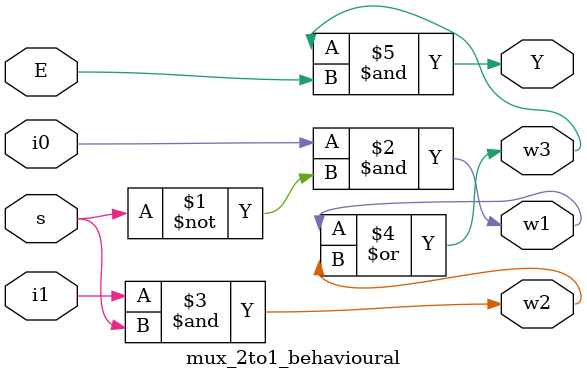
<source format=v>
module mux_2to1_behavioural(input i0,i1,s,E, output Y,w1,w2,w3);

assign w1 = i0 & ~s;
assign w2 = i1 & s;
assign w3 = w1 | w2;
assign Y = w3 & E;

 endmodule
</source>
